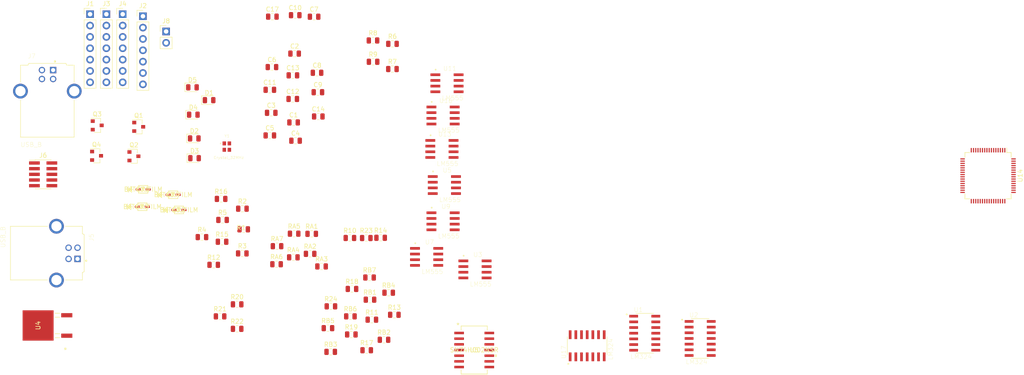
<source format=kicad_pcb>
(kicad_pcb (version 20171130) (host pcbnew 5.0.1-33cea8e~68~ubuntu18.04.1)
  (layers (0 F.Cu signal) (31 B.Cu signal) (34 B.Paste user) (35 F.Paste user) (36 B.SilkS user) (37 F.SilkS user) (38 B.Mask user) (39 F.Mask user) (44 Edge.Cuts user))
  (net 0 "")
  (net 1 "Net-(Q1-Pad3)")
  (net 2 "Net-(D3-Pad2)")
  (net 3 "Net-(D2-Pad2)")
  (net 4 "Net-(Q2-Pad3)")
  (net 5 "Net-(Q3-Pad3)")
  (net 6 GND)
  (net 7 "Net-(C1-Pad2)")
  (net 8 "Net-(C2-Pad2)")
  (net 9 "Net-(C3-Pad2)")
  (net 10 "Net-(C4-Pad2)")
  (net 11 "Net-(C5-Pad2)")
  (net 12 +3V3)
  (net 13 "Net-(C7-Pad1)")
  (net 14 "Net-(C10-Pad1)")
  (net 15 "Net-(C12-Pad2)")
  (net 16 "Net-(C14-Pad2)")
  (net 17 GNDREF)
  (net 18 "Net-(C17-Pad1)")
  (net 19 "Net-(CR1-Pad1)")
  (net 20 "Net-(CR2-Pad2)")
  (net 21 "Net-(CR3-Pad1)")
  (net 22 "Net-(CR3-Pad2)")
  (net 23 "Net-(CR4-Pad2)")
  (net 24 "Net-(CR4-Pad1)")
  (net 25 "Net-(D1-Pad2)")
  (net 26 "Net-(D4-Pad2)")
  (net 27 "Net-(D5-Pad2)")
  (net 28 /T7)
  (net 29 /T8)
  (net 30 /T9)
  (net 31 /T10)
  (net 32 /T11)
  (net 33 /T12)
  (net 34 /T13)
  (net 35 +5V)
  (net 36 /AUDIO_SIGNAL)
  (net 37 /SIGNAL)
  (net 38 /ADSR_OUT)
  (net 39 "Net-(J2-Pad6)")
  (net 40 /L1)
  (net 41 /L2)
  (net 42 /L3)
  (net 43 /L4)
  (net 44 /L5)
  (net 45 /L6)
  (net 46 /L7)
  (net 47 /D13)
  (net 48 /D12)
  (net 49 /D11)
  (net 50 /D10)
  (net 51 /D9)
  (net 52 /D8)
  (net 53 /D7)
  (net 54 /SWDIO)
  (net 55 /SWCLK)
  (net 56 "Net-(J6-Pad6)")
  (net 57 "Net-(J6-Pad7)")
  (net 58 "Net-(J6-Pad8)")
  (net 59 "Net-(J6-Pad9)")
  (net 60 "Net-(J6-Pad10)")
  (net 61 "Net-(Q1-Pad1)")
  (net 62 "Net-(Q2-Pad1)")
  (net 63 "Net-(Q3-Pad1)")
  (net 64 "Net-(Q4-Pad3)")
  (net 65 /LED1)
  (net 66 /LED2)
  (net 67 /LED3)
  (net 68 /LED4)
  (net 69 VCC)
  (net 70 "Net-(R6-Pad2)")
  (net 71 "Net-(R8-Pad2)")
  (net 72 "Net-(R10-Pad2)")
  (net 73 "Net-(R14-Pad1)")
  (net 74 "Net-(R17-Pad2)")
  (net 75 "Net-(RA1-Pad1)")
  (net 76 "Net-(RA2-Pad1)")
  (net 77 "Net-(RA3-Pad1)")
  (net 78 "Net-(RA4-Pad1)")
  (net 79 "Net-(RA5-Pad1)")
  (net 80 "Net-(RA6-Pad1)")
  (net 81 "Net-(RA7-Pad1)")
  (net 82 "Net-(U14-Pad2)")
  (net 83 "Net-(U14-Pad3)")
  (net 84 "Net-(U14-Pad4)")
  (net 85 /AUDIO_SINGAL)
  (net 86 "Net-(U14-Pad37)")
  (net 87 "Net-(U14-Pad38)")
  (net 88 "Net-(U14-Pad39)")
  (net 89 "Net-(U14-Pad40)")
  (net 90 "Net-(U14-Pad41)")
  (net 91 "Net-(U14-Pad42)")
  (net 92 "Net-(U14-Pad44)")
  (net 93 "Net-(U14-Pad45)")
  (net 94 "Net-(U14-Pad50)")
  (net 95 "Net-(U14-Pad51)")
  (net 96 "Net-(U14-Pad52)")
  (net 97 "Net-(U14-Pad53)")
  (net 98 "Net-(U14-Pad54)")
  (net 99 "Net-(U14-Pad55)")
  (net 100 "Net-(U14-Pad61)")
  (net 101 "Net-(U14-Pad62)")
  (net 102 "Net-(U3-Pad5)")
  (net 103 "Net-(U3-Pad3)")
  (net 104 "Net-(U5-Pad3)")
  (net 105 "Net-(U5-Pad5)")
  (net 106 "Net-(U7-Pad3)")
  (net 107 "Net-(U7-Pad5)")
  (net 108 "Net-(U9-Pad3)")
  (net 109 "Net-(U9-Pad5)")
  (net 110 "Net-(U11-Pad5)")
  (net 111 "Net-(U11-Pad3)")
  (net 112 "Net-(U13-Pad3)")
  (net 113 "Net-(U13-Pad5)")
  (net 114 "Net-(U16-Pad5)")
  (net 115 "Net-(U16-Pad3)")
  (net 116 /3A)
  (net 117 /2B)
  (net 118 "Net-(U6-Pad1)")
  (net 119 "Net-(U6-Pad2)")
  (net 120 "Net-(U6-Pad3)")
  (net 121 "Net-(U6-Pad11)")
  (net 122 "Net-(U6-Pad12)")
  (net 123 "Net-(U6-Pad13)")
  (net 124 "Net-(J5-Pad2)")
  (net 125 "Net-(J5-Pad3)")
  (net 126 "Net-(J7-Pad2)")
  (net 127 "Net-(J7-Pad3)")
  (net 128 +5VD)
  (net 129 Earth)
  (module Capacitor_SMD:C_0805_2012Metric (layer F.Cu) (at 77.07884 38.45052)
    (fp_text reference C1 (at 0 -1.65) (layer F.SilkS))
    (fp_text value C_0.1uF)
    (pad 1 smd roundrect (at -0.9375 0) (size 0.975 1.4) (layers F.Cu F.Paste F.Mask) (net 6 GND))
    (pad 2 smd roundrect (at 0.9375 0) (size 0.975 1.4) (layers F.Cu F.Paste F.Mask) (net 7 "Net-(C1-Pad2)"))
  )
  (module Capacitor_SMD:C_0805_2012Metric (layer F.Cu) (at 77.30744 23.05304)
    (fp_text reference C2 (at 0 -1.65) (layer F.SilkS))
    (fp_text value C_0.1uF)
    (pad 1 smd roundrect (at -0.9375 0) (size 0.975 1.4) (layers F.Cu F.Paste F.Mask) (net 6 GND))
    (pad 2 smd roundrect (at 0.9375 0) (size 0.975 1.4) (layers F.Cu F.Paste F.Mask) (net 8 "Net-(C2-Pad2)"))
  )
  (module Capacitor_SMD:C_0805_2012Metric (layer F.Cu) (at 72.07504 36.30168)
    (fp_text reference C3 (at 0 -1.65) (layer F.SilkS))
    (fp_text value C_0.1uF)
    (pad 2 smd roundrect (at 0.9375 0) (size 0.975 1.4) (layers F.Cu F.Paste F.Mask) (net 9 "Net-(C3-Pad2)"))
    (pad 1 smd roundrect (at -0.9375 0) (size 0.975 1.4) (layers F.Cu F.Paste F.Mask) (net 6 GND))
  )
  (module Capacitor_SMD:C_0805_2012Metric (layer F.Cu) (at 77.5208 42.545)
    (fp_text reference C4 (at 0 -1.65) (layer F.SilkS))
    (fp_text value C_0.1uF)
    (pad 2 smd roundrect (at 0.9375 0) (size 0.975 1.4) (layers F.Cu F.Paste F.Mask) (net 10 "Net-(C4-Pad2)"))
    (pad 1 smd roundrect (at -0.9375 0) (size 0.975 1.4) (layers F.Cu F.Paste F.Mask) (net 6 GND))
  )
  (module Capacitor_SMD:C_0805_2012Metric (layer F.Cu) (at 71.76516 41.36136)
    (fp_text reference C5 (at 0 -1.65) (layer F.SilkS))
    (fp_text value C_0.1uF)
    (pad 1 smd roundrect (at -0.9375 0) (size 0.975 1.4) (layers F.Cu F.Paste F.Mask) (net 6 GND))
    (pad 2 smd roundrect (at 0.9375 0) (size 0.975 1.4) (layers F.Cu F.Paste F.Mask) (net 11 "Net-(C5-Pad2)"))
  )
  (module Capacitor_SMD:C_0805_2012Metric (layer F.Cu) (at 72.2376 26.06548)
    (fp_text reference C6 (at 0 -1.65) (layer F.SilkS))
    (fp_text value C_0.1uF)
    (pad 2 smd roundrect (at 0.9375 0) (size 0.975 1.4) (layers F.Cu F.Paste F.Mask) (net 6 GND))
    (pad 1 smd roundrect (at -0.9375 0) (size 0.975 1.4) (layers F.Cu F.Paste F.Mask) (net 12 +3V3))
  )
  (module Capacitor_SMD:C_0805_2012Metric (layer F.Cu) (at 81.66608 14.79804)
    (fp_text reference C7 (at 0 -1.65) (layer F.SilkS))
    (fp_text value C_22pF)
    (pad 1 smd roundrect (at -0.9375 0) (size 0.975 1.4) (layers F.Cu F.Paste F.Mask) (net 13 "Net-(C7-Pad1)"))
    (pad 2 smd roundrect (at 0.9375 0) (size 0.975 1.4) (layers F.Cu F.Paste F.Mask) (net 6 GND))
  )
  (module Capacitor_SMD:C_0805_2012Metric (layer F.Cu) (at 82.3237 27.34056)
    (fp_text reference C8 (at 0 -1.65) (layer F.SilkS))
    (fp_text value C_0.1uF)
    (pad 1 smd roundrect (at -0.9375 0) (size 0.975 1.4) (layers F.Cu F.Paste F.Mask) (net 12 +3V3))
    (pad 2 smd roundrect (at 0.9375 0) (size 0.975 1.4) (layers F.Cu F.Paste F.Mask) (net 6 GND))
  )
  (module Capacitor_SMD:C_0805_2012Metric (layer F.Cu) (at 82.51952 31.68904)
    (fp_text reference C9 (at 0 -1.65) (layer F.SilkS))
    (fp_text value C_0.1uF)
    (pad 1 smd roundrect (at -0.9375 0) (size 0.975 1.4) (layers F.Cu F.Paste F.Mask) (net 12 +3V3))
    (pad 2 smd roundrect (at 0.9375 0) (size 0.975 1.4) (layers F.Cu F.Paste F.Mask) (net 6 GND))
  )
  (module Capacitor_SMD:C_0805_2012Metric (layer F.Cu) (at 77.4446 14.4526)
    (fp_text reference C10 (at 0 -1.65) (layer F.SilkS))
    (fp_text value C_22pF)
    (pad 2 smd roundrect (at 0.9375 0) (size 0.975 1.4) (layers F.Cu F.Paste F.Mask) (net 6 GND))
    (pad 1 smd roundrect (at -0.9375 0) (size 0.975 1.4) (layers F.Cu F.Paste F.Mask) (net 14 "Net-(C10-Pad1)"))
  )
  (module Capacitor_SMD:C_0805_2012Metric (layer F.Cu) (at 71.76516 31.15056)
    (fp_text reference C11 (at 0 -1.65) (layer F.SilkS))
    (fp_text value C_0.1uF)
    (pad 2 smd roundrect (at 0.9375 0) (size 0.975 1.4) (layers F.Cu F.Paste F.Mask) (net 6 GND))
    (pad 1 smd roundrect (at -0.9375 0) (size 0.975 1.4) (layers F.Cu F.Paste F.Mask) (net 12 +3V3))
  )
  (module Capacitor_SMD:C_0805_2012Metric (layer F.Cu) (at 76.89596 33.1978)
    (fp_text reference C12 (at 0 -1.65) (layer F.SilkS))
    (fp_text value C_0.1uF)
    (pad 2 smd roundrect (at 0.9375 0) (size 0.975 1.4) (layers F.Cu F.Paste F.Mask) (net 15 "Net-(C12-Pad2)"))
    (pad 1 smd roundrect (at -0.9375 0) (size 0.975 1.4) (layers F.Cu F.Paste F.Mask) (net 6 GND))
  )
  (module Capacitor_SMD:C_0805_2012Metric (layer F.Cu) (at 76.92414 27.9146)
    (fp_text reference C13 (at 0 -1.65) (layer F.SilkS))
    (fp_text value C_0.1uF)
    (pad 1 smd roundrect (at -0.9375 0) (size 0.975 1.4) (layers F.Cu F.Paste F.Mask) (net 12 +3V3))
    (pad 2 smd roundrect (at 0.9375 0) (size 0.975 1.4) (layers F.Cu F.Paste F.Mask) (net 6 GND))
  )
  (module Capacitor_SMD:C_0805_2012Metric (layer F.Cu) (at 82.61096 37.11956)
    (fp_text reference C14 (at 0 -1.65) (layer F.SilkS))
    (fp_text value C_0.1uF)
    (pad 2 smd roundrect (at 0.9375 0) (size 0.975 1.4) (layers F.Cu F.Paste F.Mask) (net 16 "Net-(C14-Pad2)"))
    (pad 1 smd roundrect (at -0.9375 0) (size 0.975 1.4) (layers F.Cu F.Paste F.Mask) (net 6 GND))
  )
  (module Capacitor_SMD:C_0805_2012Metric (layer F.Cu) (at 72.33134 14.7828)
    (fp_text reference C17 (at 0 -1.65) (layer F.SilkS))
    (fp_text value C_2.2uF)
    (pad 1 smd roundrect (at -0.9375 0) (size 0.975 1.4) (layers F.Cu F.Paste F.Mask) (net 18 "Net-(C17-Pad1)"))
    (pad 2 smd roundrect (at 0.9375 0) (size 0.975 1.4) (layers F.Cu F.Paste F.Mask) (net 17 GNDREF))
  )
  (module BAT60JFILM:BAT60JFILM (layer F.Cu) (at 43.434 53.42636)
    (fp_text reference CR1 (at 0 0) (layer F.SilkS))
    (fp_text value BAT60JFILM (at 0 0) (layer F.SilkS))
    (fp_text user * (at 0 0) (layer F.SilkS))
    (pad 1 smd rect (at -1.1176 0) (size 1.1684 0.4826) (layers F.Cu F.Paste F.Mask) (net 19 "Net-(CR1-Pad1)"))
    (pad 2 smd rect (at 1.1176 0) (size 1.1684 0.4826) (layers F.Cu F.Paste F.Mask) (net 116 /3A))
  )
  (module BAT60JFILM:BAT60JFILM (layer F.Cu) (at 51.435 58.03392)
    (fp_text reference CR2 (at 0 0) (layer F.SilkS))
    (fp_text value BAT60JFILM (at 0 0) (layer F.SilkS))
    (fp_text user * (at 0 0) (layer F.SilkS))
    (pad 2 smd rect (at 1.1176 0) (size 1.1684 0.4826) (layers F.Cu F.Paste F.Mask) (net 20 "Net-(CR2-Pad2)"))
    (pad 1 smd rect (at -1.1176 0) (size 1.1684 0.4826) (layers F.Cu F.Paste F.Mask) (net 116 /3A))
  )
  (module BAT60JFILM:BAT60JFILM (layer F.Cu) (at 43.24604 57.31256)
    (fp_text reference CR3 (at 0 0) (layer F.SilkS))
    (fp_text value BAT60JFILM (at 0 0) (layer F.SilkS))
    (fp_text user * (at 0 0) (layer F.SilkS))
    (pad 2 smd rect (at 1.1176 0) (size 1.1684 0.4826) (layers F.Cu F.Paste F.Mask) (net 22 "Net-(CR3-Pad2)"))
    (pad 1 smd rect (at -1.1176 0) (size 1.1684 0.4826) (layers F.Cu F.Paste F.Mask) (net 21 "Net-(CR3-Pad1)"))
  )
  (module BAT60JFILM:BAT60JFILM (layer F.Cu) (at 50.139621 54.629461)
    (fp_text reference CR4 (at 0 0) (layer F.SilkS))
    (fp_text value BAT60JFILM (at 0 0) (layer F.SilkS))
    (fp_text user * (at 0 0) (layer F.SilkS))
    (pad 1 smd rect (at -1.1176 0) (size 1.1684 0.4826) (layers F.Cu F.Paste F.Mask) (net 24 "Net-(CR4-Pad1)"))
    (pad 2 smd rect (at 1.1176 0) (size 1.1684 0.4826) (layers F.Cu F.Paste F.Mask) (net 23 "Net-(CR4-Pad2)"))
  )
  (module Diode_SMD:D_0805_2012Metric (layer F.Cu) (at 58.17616 33.46704)
    (fp_text reference D1 (at 0 -1.65) (layer F.SilkS))
    (fp_text value LED)
    (pad 1 smd roundrect (at -0.9375 0) (size 0.975 1.4) (layers F.Cu F.Paste F.Mask) (net 6 GND))
    (pad 2 smd roundrect (at 0.9375 0) (size 0.975 1.4) (layers F.Cu F.Paste F.Mask) (net 25 "Net-(D1-Pad2)"))
  )
  (module Diode_SMD:D_0805_2012Metric (layer F.Cu) (at 54.864 42.02684)
    (fp_text reference D2 (at 0 -1.65) (layer F.SilkS))
    (fp_text value LED)
    (pad 1 smd roundrect (at -0.9375 0) (size 0.975 1.4) (layers F.Cu F.Paste F.Mask) (net 6 GND))
    (pad 2 smd roundrect (at 0.9375 0) (size 0.975 1.4) (layers F.Cu F.Paste F.Mask) (net 3 "Net-(D2-Pad2)"))
  )
  (module Diode_SMD:D_0805_2012Metric (layer F.Cu) (at 54.9171 46.45152)
    (fp_text reference D3 (at 0 -1.65) (layer F.SilkS))
    (fp_text value LED)
    (pad 2 smd roundrect (at 0.9375 0) (size 0.975 1.4) (layers F.Cu F.Paste F.Mask) (net 2 "Net-(D3-Pad2)"))
    (pad 1 smd roundrect (at -0.9375 0) (size 0.975 1.4) (layers F.Cu F.Paste F.Mask) (net 6 GND))
  )
  (module Diode_SMD:D_0805_2012Metric (layer F.Cu) (at 54.64834 36.71824)
    (fp_text reference D4 (at 0 -1.65) (layer F.SilkS))
    (fp_text value LED)
    (pad 2 smd roundrect (at 0.9375 0) (size 0.975 1.4) (layers F.Cu F.Paste F.Mask) (net 26 "Net-(D4-Pad2)"))
    (pad 1 smd roundrect (at -0.9375 0) (size 0.975 1.4) (layers F.Cu F.Paste F.Mask) (net 6 GND))
  )
  (module Diode_SMD:D_0805_2012Metric (layer F.Cu) (at 54.45252 30.59684)
    (fp_text reference D5 (at 0 -1.65) (layer F.SilkS))
    (fp_text value LED)
    (pad 1 smd roundrect (at -0.9375 0) (size 0.975 1.4) (layers F.Cu F.Paste F.Mask) (net 6 GND))
    (pad 2 smd roundrect (at 0.9375 0) (size 0.975 1.4) (layers F.Cu F.Paste F.Mask) (net 27 "Net-(D5-Pad2)"))
  )
  (module Connector_PinHeader_2.54mm:PinHeader_1x07_P2.54mm_Vertical (layer F.Cu) (at 31.540461 14.235441)
    (fp_text reference J1 (at 0 -2.33) (layer F.SilkS))
    (fp_text value Conn_01x07_Male)
    (pad 7 thru_hole oval (at 0 15.24) (size 1.7 1.7) (drill 1) (layers *.Cu *.Mask) (net 34 /T13))
    (pad 6 thru_hole oval (at 0 12.7) (size 1.7 1.7) (drill 1) (layers *.Cu *.Mask) (net 33 /T12))
    (pad 5 thru_hole oval (at 0 10.16) (size 1.7 1.7) (drill 1) (layers *.Cu *.Mask) (net 32 /T11))
    (pad 4 thru_hole oval (at 0 7.62) (size 1.7 1.7) (drill 1) (layers *.Cu *.Mask) (net 31 /T10))
    (pad 3 thru_hole oval (at 0 5.08) (size 1.7 1.7) (drill 1) (layers *.Cu *.Mask) (net 30 /T9))
    (pad 2 thru_hole oval (at 0 2.54) (size 1.7 1.7) (drill 1) (layers *.Cu *.Mask) (net 29 /T8))
    (pad 1 thru_hole rect (at 0 0) (size 1.7 1.7) (drill 1) (layers *.Cu *.Mask) (net 28 /T7))
  )
  (module Connector_PinHeader_2.54mm:PinHeader_1x07_P2.54mm_Vertical (layer F.Cu) (at 43.36796 14.69136)
    (fp_text reference J2 (at 0 -2.33) (layer F.SilkS))
    (fp_text value Conn_01x07_Male)
    (pad 7 thru_hole oval (at 0 15.24) (size 1.7 1.7) (drill 1) (layers *.Cu *.Mask) (net 6 GND))
    (pad 6 thru_hole oval (at 0 12.7) (size 1.7 1.7) (drill 1) (layers *.Cu *.Mask) (net 39 "Net-(J2-Pad6)"))
    (pad 5 thru_hole oval (at 0 10.16) (size 1.7 1.7) (drill 1) (layers *.Cu *.Mask) (net 38 /ADSR_OUT))
    (pad 4 thru_hole oval (at 0 7.62) (size 1.7 1.7) (drill 1) (layers *.Cu *.Mask) (net 37 /SIGNAL))
    (pad 3 thru_hole oval (at 0 5.08) (size 1.7 1.7) (drill 1) (layers *.Cu *.Mask) (net 36 /AUDIO_SIGNAL))
    (pad 2 thru_hole oval (at 0 2.54) (size 1.7 1.7) (drill 1) (layers *.Cu *.Mask) (net 12 +3V3))
    (pad 1 thru_hole rect (at 0 0) (size 1.7 1.7) (drill 1) (layers *.Cu *.Mask) (net 35 +5V))
  )
  (module Connector_PinHeader_2.54mm:PinHeader_1x07_P2.54mm_Vertical (layer F.Cu) (at 35.190461 14.235441)
    (fp_text reference J3 (at 0 -2.33) (layer F.SilkS))
    (fp_text value Conn_01x07_Male)
    (pad 1 thru_hole rect (at 0 0) (size 1.7 1.7) (drill 1) (layers *.Cu *.Mask) (net 40 /L1))
    (pad 2 thru_hole oval (at 0 2.54) (size 1.7 1.7) (drill 1) (layers *.Cu *.Mask) (net 41 /L2))
    (pad 3 thru_hole oval (at 0 5.08) (size 1.7 1.7) (drill 1) (layers *.Cu *.Mask) (net 42 /L3))
    (pad 4 thru_hole oval (at 0 7.62) (size 1.7 1.7) (drill 1) (layers *.Cu *.Mask) (net 43 /L4))
    (pad 5 thru_hole oval (at 0 10.16) (size 1.7 1.7) (drill 1) (layers *.Cu *.Mask) (net 44 /L5))
    (pad 6 thru_hole oval (at 0 12.7) (size 1.7 1.7) (drill 1) (layers *.Cu *.Mask) (net 45 /L6))
    (pad 7 thru_hole oval (at 0 15.24) (size 1.7 1.7) (drill 1) (layers *.Cu *.Mask) (net 46 /L7))
  )
  (module Connector_PinHeader_2.54mm:PinHeader_1x07_P2.54mm_Vertical (layer F.Cu) (at 38.840461 14.235441)
    (fp_text reference J4 (at 0 -2.33) (layer F.SilkS))
    (fp_text value Conn_01x07_Male)
    (pad 1 thru_hole rect (at 0 0) (size 1.7 1.7) (drill 1) (layers *.Cu *.Mask) (net 53 /D7))
    (pad 2 thru_hole oval (at 0 2.54) (size 1.7 1.7) (drill 1) (layers *.Cu *.Mask) (net 52 /D8))
    (pad 3 thru_hole oval (at 0 5.08) (size 1.7 1.7) (drill 1) (layers *.Cu *.Mask) (net 51 /D9))
    (pad 4 thru_hole oval (at 0 7.62) (size 1.7 1.7) (drill 1) (layers *.Cu *.Mask) (net 50 /D10))
    (pad 5 thru_hole oval (at 0 10.16) (size 1.7 1.7) (drill 1) (layers *.Cu *.Mask) (net 49 /D11))
    (pad 6 thru_hole oval (at 0 12.7) (size 1.7 1.7) (drill 1) (layers *.Cu *.Mask) (net 48 /D12))
    (pad 7 thru_hole oval (at 0 15.24) (size 1.7 1.7) (drill 1) (layers *.Cu *.Mask) (net 47 /D13))
  )
  (module AU-Y1007:ASSMANN_AU-Y1007 (layer F.Cu) (at 21.97332 67.70136 270)
    (fp_text reference J5 (at -3.5 -9.885 270) (layer F.SilkS) (effects (font (thickness 0.05))))
    (fp_text value USB_B (at -3.615 9.915 270) (layer F.SilkS) (effects (font (thickness 0.05))))
    (pad 1 thru_hole rect (at 1.29 -6.76 270) (size 1.428 1.428) (drill 0.92) (layers *.Cu *.Mask) (net 69 VCC))
    (pad 2 thru_hole circle (at -1.21 -6.76 270) (size 1.428 1.428) (drill 0.92) (layers *.Cu *.Mask) (net 124 "Net-(J5-Pad2)"))
    (pad 3 thru_hole circle (at -1.21 -4.76 270) (size 1.428 1.428) (drill 0.92) (layers *.Cu *.Mask) (net 125 "Net-(J5-Pad3)"))
    (pad 4 thru_hole circle (at 1.29 -4.76 270) (size 1.428 1.428) (drill 0.92) (layers *.Cu *.Mask) (net 6 GND))
    (pad S1 thru_hole circle (at -6.02 -2.05 270) (size 3.316 3.316) (drill 2.3) (layers *.Cu *.Mask))
    (pad S2 thru_hole circle (at 6.02 -2.05 270) (size 3.316 3.316) (drill 2.3) (layers *.Cu *.Mask))
  )
  (module Connector_PinHeader_1.27mm:PinHeader_2x05_P1.27mm_Vertical_SMD (layer F.Cu) (at 21.04064 50.06848)
    (fp_text reference J6 (at 0 -4.235) (layer F.SilkS))
    (fp_text value Conn_ARM_JTAG_SWD_10)
    (pad 1 smd rect (at -1.95 -2.54) (size 2.4 0.74) (layers F.Cu F.Paste F.Mask) (net 12 +3V3))
    (pad 2 smd rect (at 1.95 -2.54) (size 2.4 0.74) (layers F.Cu F.Paste F.Mask) (net 54 /SWDIO))
    (pad 3 smd rect (at -1.95 -1.27) (size 2.4 0.74) (layers F.Cu F.Paste F.Mask) (net 6 GND))
    (pad 4 smd rect (at 1.95 -1.27) (size 2.4 0.74) (layers F.Cu F.Paste F.Mask) (net 55 /SWCLK))
    (pad 5 smd rect (at -1.95 0) (size 2.4 0.74) (layers F.Cu F.Paste F.Mask) (net 6 GND))
    (pad 6 smd rect (at 1.95 0) (size 2.4 0.74) (layers F.Cu F.Paste F.Mask) (net 56 "Net-(J6-Pad6)"))
    (pad 7 smd rect (at -1.95 1.27) (size 2.4 0.74) (layers F.Cu F.Paste F.Mask) (net 57 "Net-(J6-Pad7)"))
    (pad 8 smd rect (at 1.95 1.27) (size 2.4 0.74) (layers F.Cu F.Paste F.Mask) (net 58 "Net-(J6-Pad8)"))
    (pad 9 smd rect (at -1.95 2.54) (size 2.4 0.74) (layers F.Cu F.Paste F.Mask) (net 59 "Net-(J6-Pad9)"))
    (pad 10 smd rect (at 1.95 2.54) (size 2.4 0.74) (layers F.Cu F.Paste F.Mask) (net 60 "Net-(J6-Pad10)"))
  )
  (module AU-Y1007:ASSMANN_AU-Y1007 (layer F.Cu) (at 21.98116 33.49752)
    (fp_text reference J7 (at -3.5 -9.885) (layer F.SilkS) (effects (font (thickness 0.05))))
    (fp_text value USB_B (at -3.615 9.915) (layer F.SilkS) (effects (font (thickness 0.05))))
    (pad S2 thru_hole circle (at 6.02 -2.05) (size 3.316 3.316) (drill 2.3) (layers *.Cu *.Mask))
    (pad S1 thru_hole circle (at -6.02 -2.05) (size 3.316 3.316) (drill 2.3) (layers *.Cu *.Mask))
    (pad 4 thru_hole circle (at 1.29 -4.76) (size 1.428 1.428) (drill 0.92) (layers *.Cu *.Mask) (net 129 Earth))
    (pad 3 thru_hole circle (at -1.21 -4.76) (size 1.428 1.428) (drill 0.92) (layers *.Cu *.Mask) (net 127 "Net-(J7-Pad3)"))
    (pad 2 thru_hole circle (at -1.21 -6.76) (size 1.428 1.428) (drill 0.92) (layers *.Cu *.Mask) (net 126 "Net-(J7-Pad2)"))
    (pad 1 thru_hole rect (at 1.29 -6.76) (size 1.428 1.428) (drill 0.92) (layers *.Cu *.Mask) (net 128 +5VD))
  )
  (module Connector_PinHeader_2.54mm:PinHeader_1x02_P2.54mm_Vertical (layer F.Cu) (at 48.55972 18.10004)
    (fp_text reference J8 (at 0 -2.33) (layer F.SilkS))
    (fp_text value Conn_01x02_Male)
    (pad 1 thru_hole rect (at 0 0) (size 1.7 1.7) (drill 1) (layers *.Cu *.Mask) (net 128 +5VD))
    (pad 2 thru_hole oval (at 0 2.54) (size 1.7 1.7) (drill 1) (layers *.Cu *.Mask) (net 129 Earth))
  )
  (module Package_TO_SOT_SMD:SOT-23 (layer F.Cu) (at 42.42384 39.43096)
    (fp_text reference Q1 (at 0 -2.5) (layer F.SilkS))
    (fp_text value MMBT3904)
    (pad 1 smd rect (at -1 -0.95) (size 0.9 0.8) (layers F.Cu F.Paste F.Mask) (net 61 "Net-(Q1-Pad1)"))
    (pad 2 smd rect (at -1 0.95) (size 0.9 0.8) (layers F.Cu F.Paste F.Mask) (net 23 "Net-(CR4-Pad2)"))
    (pad 3 smd rect (at 1 0) (size 0.9 0.8) (layers F.Cu F.Paste F.Mask) (net 1 "Net-(Q1-Pad3)"))
  )
  (module Package_TO_SOT_SMD:SOT-23 (layer F.Cu) (at 41.351581 46.019121)
    (fp_text reference Q2 (at 0 -2.5) (layer F.SilkS))
    (fp_text value MMBT3904)
    (pad 3 smd rect (at 1 0) (size 0.9 0.8) (layers F.Cu F.Paste F.Mask) (net 4 "Net-(Q2-Pad3)"))
    (pad 2 smd rect (at -1 0.95) (size 0.9 0.8) (layers F.Cu F.Paste F.Mask) (net 20 "Net-(CR2-Pad2)"))
    (pad 1 smd rect (at -1 -0.95) (size 0.9 0.8) (layers F.Cu F.Paste F.Mask) (net 62 "Net-(Q2-Pad1)"))
  )
  (module Package_TO_SOT_SMD:SOT-23 (layer F.Cu) (at 33.13684 39.11092)
    (fp_text reference Q3 (at 0 -2.5) (layer F.SilkS))
    (fp_text value MMBT3904)
    (pad 3 smd rect (at 1 0) (size 0.9 0.8) (layers F.Cu F.Paste F.Mask) (net 5 "Net-(Q3-Pad3)"))
    (pad 2 smd rect (at -1 0.95) (size 0.9 0.8) (layers F.Cu F.Paste F.Mask) (net 1 "Net-(Q1-Pad3)"))
    (pad 1 smd rect (at -1 -0.95) (size 0.9 0.8) (layers F.Cu F.Paste F.Mask) (net 63 "Net-(Q3-Pad1)"))
  )
  (module Package_TO_SOT_SMD:SOT-23 (layer F.Cu) (at 32.9946 45.91812)
    (fp_text reference Q4 (at 0 -2.5) (layer F.SilkS))
    (fp_text value MMBT3904)
    (pad 1 smd rect (at -1 -0.95) (size 0.9 0.8) (layers F.Cu F.Paste F.Mask) (net 63 "Net-(Q3-Pad1)"))
    (pad 2 smd rect (at -1 0.95) (size 0.9 0.8) (layers F.Cu F.Paste F.Mask) (net 17 GNDREF))
    (pad 3 smd rect (at 1 0) (size 0.9 0.8) (layers F.Cu F.Paste F.Mask) (net 64 "Net-(Q4-Pad3)"))
  )
  (module Resistor_SMD:R_0805_2012Metric (layer F.Cu) (at 65.911581 62.369121)
    (fp_text reference R1 (at -0.582781 -0.347401) (layer F.SilkS))
    (fp_text value R_200)
    (pad 2 smd roundrect (at 0.9375 0) (size 0.975 1.4) (layers F.Cu F.Paste F.Mask) (net 25 "Net-(D1-Pad2)"))
    (pad 1 smd roundrect (at -0.9375 0) (size 0.975 1.4) (layers F.Cu F.Paste F.Mask) (net 12 +3V3))
  )
  (module Resistor_SMD:R_0805_2012Metric (layer F.Cu) (at 65.62622 57.75452)
    (fp_text reference R2 (at 0 -1.65) (layer F.SilkS))
    (fp_text value R_200)
    (pad 1 smd roundrect (at -0.9375 0) (size 0.975 1.4) (layers F.Cu F.Paste F.Mask) (net 65 /LED1))
    (pad 2 smd roundrect (at 0.9375 0) (size 0.975 1.4) (layers F.Cu F.Paste F.Mask) (net 3 "Net-(D2-Pad2)"))
  )
  (module Resistor_SMD:R_0805_2012Metric (layer F.Cu) (at 65.60312 67.76212)
    (fp_text reference R3 (at 0 -1.65) (layer F.SilkS))
    (fp_text value R_200)
    (pad 1 smd roundrect (at -0.9375 0) (size 0.975 1.4) (layers F.Cu F.Paste F.Mask) (net 66 /LED2))
    (pad 2 smd roundrect (at 0.9375 0) (size 0.975 1.4) (layers F.Cu F.Paste F.Mask) (net 2 "Net-(D3-Pad2)"))
  )
  (module Resistor_SMD:R_0805_2012Metric (layer F.Cu) (at 56.57596 64.1096)
    (fp_text reference R4 (at 0 -1.65) (layer F.SilkS))
    (fp_text value R_200)
    (pad 2 smd roundrect (at 0.9375 0) (size 0.975 1.4) (layers F.Cu F.Paste F.Mask) (net 26 "Net-(D4-Pad2)"))
    (pad 1 smd roundrect (at -0.9375 0) (size 0.975 1.4) (layers F.Cu F.Paste F.Mask) (net 67 /LED3))
  )
  (module Resistor_SMD:R_0805_2012Metric (layer F.Cu) (at 61.1863 60.26912)
    (fp_text reference R5 (at 0 -1.65) (layer F.SilkS))
    (fp_text value R_200)
    (pad 1 smd roundrect (at -0.9375 0) (size 0.975 1.4) (layers F.Cu F.Paste F.Mask) (net 68 /LED4))
    (pad 2 smd roundrect (at 0.9375 0) (size 0.975 1.4) (layers F.Cu F.Paste F.Mask) (net 27 "Net-(D5-Pad2)"))
  )
  (module Resistor_SMD:R_0805_2012Metric (layer F.Cu) (at 99.20732 20.86864)
    (fp_text reference R6 (at 0 -1.65) (layer F.SilkS))
    (fp_text value R_0)
    (pad 1 smd roundrect (at -0.9375 0) (size 0.975 1.4) (layers F.Cu F.Paste F.Mask) (net 12 +3V3))
    (pad 2 smd roundrect (at 0.9375 0) (size 0.975 1.4) (layers F.Cu F.Paste F.Mask) (net 70 "Net-(R6-Pad2)"))
  )
  (module Resistor_SMD:R_0805_2012Metric (layer F.Cu) (at 99.19716 26.50236)
    (fp_text reference R7 (at 0 -1.65) (layer F.SilkS))
    (fp_text value R_0)
    (pad 2 smd roundrect (at 0.9375 0) (size 0.975 1.4) (layers F.Cu F.Paste F.Mask) (net 6 GND))
    (pad 1 smd roundrect (at -0.9375 0) (size 0.975 1.4) (layers F.Cu F.Paste F.Mask) (net 70 "Net-(R6-Pad2)"))
  )
  (module Resistor_SMD:R_0805_2012Metric (layer F.Cu) (at 94.84868 20.11172)
    (fp_text reference R8 (at 0 -1.65) (layer F.SilkS))
    (fp_text value R_0)
    (pad 1 smd roundrect (at -0.9375 0) (size 0.975 1.4) (layers F.Cu F.Paste F.Mask) (net 12 +3V3))
    (pad 2 smd roundrect (at 0.9375 0) (size 0.975 1.4) (layers F.Cu F.Paste F.Mask) (net 71 "Net-(R8-Pad2)"))
  )
  (module Resistor_SMD:R_0805_2012Metric (layer F.Cu) (at 94.86622 24.88184)
    (fp_text reference R9 (at 0 -1.65) (layer F.SilkS))
    (fp_text value R_0)
    (pad 2 smd roundrect (at 0.9375 0) (size 0.975 1.4) (layers F.Cu F.Paste F.Mask) (net 6 GND))
    (pad 1 smd roundrect (at -0.9375 0) (size 0.975 1.4) (layers F.Cu F.Paste F.Mask) (net 71 "Net-(R8-Pad2)"))
  )
  (module Resistor_SMD:R_0805_2012Metric (layer F.Cu) (at 89.67954 64.30772)
    (fp_text reference R10 (at 0 -1.65) (layer F.SilkS))
    (fp_text value R_1K)
    (pad 2 smd roundrect (at 0.9375 0) (size 0.975 1.4) (layers F.Cu F.Paste F.Mask) (net 72 "Net-(R10-Pad2)"))
    (pad 1 smd roundrect (at -0.9375 0) (size 0.975 1.4) (layers F.Cu F.Paste F.Mask) (net 69 VCC))
  )
  (module Resistor_SMD:R_0805_2012Metric (layer F.Cu) (at 94.59468 82.59064)
    (fp_text reference R11 (at 0 -1.65) (layer F.SilkS))
    (fp_text value R_4K)
    (pad 2 smd roundrect (at 0.9375 0) (size 0.975 1.4) (layers F.Cu F.Paste F.Mask) (net 17 GNDREF))
    (pad 1 smd roundrect (at -0.9375 0) (size 0.975 1.4) (layers F.Cu F.Paste F.Mask) (net 72 "Net-(R10-Pad2)"))
  )
  (module Resistor_SMD:R_0805_2012Metric (layer F.Cu) (at 59.20462 70.31228)
    (fp_text reference R12 (at 0 -1.65) (layer F.SilkS))
    (fp_text value R_200)
    (pad 2 smd roundrect (at 0.9375 0) (size 0.975 1.4) (layers F.Cu F.Paste F.Mask) (net 117 /2B))
    (pad 1 smd roundrect (at -0.9375 0) (size 0.975 1.4) (layers F.Cu F.Paste F.Mask) (net 61 "Net-(Q1-Pad1)"))
  )
  (module Resistor_SMD:R_0805_2012Metric (layer F.Cu) (at 99.62896 81.49336)
    (fp_text reference R13 (at 0 -1.65) (layer F.SilkS))
    (fp_text value R_499K)
    (pad 1 smd roundrect (at -0.9375 0) (size 0.975 1.4) (layers F.Cu F.Paste F.Mask) (net 21 "Net-(CR3-Pad1)"))
    (pad 2 smd roundrect (at 0.9375 0) (size 0.975 1.4) (layers F.Cu F.Paste F.Mask) (net 17 GNDREF))
  )
  (module Resistor_SMD:R_0805_2012Metric (layer F.Cu) (at 96.55278 64.26708)
    (fp_text reference R14 (at 0 -1.65) (layer F.SilkS))
    (fp_text value R_1K)
    (pad 1 smd roundrect (at -0.9375 0) (size 0.975 1.4) (layers F.Cu F.Paste F.Mask) (net 73 "Net-(R14-Pad1)"))
    (pad 2 smd roundrect (at 0.9375 0) (size 0.975 1.4) (layers F.Cu F.Paste F.Mask) (net 19 "Net-(CR1-Pad1)"))
  )
  (module Resistor_SMD:R_0805_2012Metric (layer F.Cu) (at 61.07176 65.151)
    (fp_text reference R15 (at 0 -1.65) (layer F.SilkS))
    (fp_text value R_200)
    (pad 1 smd roundrect (at -0.9375 0) (size 0.975 1.4) (layers F.Cu F.Paste F.Mask) (net 63 "Net-(Q3-Pad1)"))
    (pad 2 smd roundrect (at 0.9375 0) (size 0.975 1.4) (layers F.Cu F.Paste F.Mask) (net 37 /SIGNAL))
  )
  (module Resistor_SMD:R_0805_2012Metric (layer F.Cu) (at 60.8584 55.56504)
    (fp_text reference R16 (at 0 -1.65) (layer F.SilkS))
    (fp_text value R_200)
    (pad 1 smd roundrect (at -0.9375 0) (size 0.975 1.4) (layers F.Cu F.Paste F.Mask) (net 64 "Net-(Q4-Pad3)"))
    (pad 2 smd roundrect (at 0.9375 0) (size 0.975 1.4) (layers F.Cu F.Paste F.Mask) (net 62 "Net-(Q2-Pad1)"))
  )
  (module Resistor_SMD:R_0805_2012Metric (layer F.Cu) (at 93.43874 89.42324)
    (fp_text reference R17 (at 0 -1.65) (layer F.SilkS))
    (fp_text value R_20K)
    (pad 2 smd roundrect (at 0.9375 0) (size 0.975 1.4) (layers F.Cu F.Paste F.Mask) (net 74 "Net-(R17-Pad2)"))
    (pad 1 smd roundrect (at -0.9375 0) (size 0.975 1.4) (layers F.Cu F.Paste F.Mask) (net 69 VCC))
  )
  (module Resistor_SMD:R_0805_2012Metric (layer F.Cu) (at 90.1469 75.71232)
    (fp_text reference R18 (at 0 -1.65) (layer F.SilkS))
    (fp_text value R_30K)
    (pad 2 smd roundrect (at 0.9375 0) (size 0.975 1.4) (layers F.Cu F.Paste F.Mask) (net 17 GNDREF))
    (pad 1 smd roundrect (at -0.9375 0) (size 0.975 1.4) (layers F.Cu F.Paste F.Mask) (net 74 "Net-(R17-Pad2)"))
  )
  (module Resistor_SMD:R_0805_2012Metric (layer F.Cu) (at 90.00466 85.89772)
    (fp_text reference R19 (at 0 -1.65) (layer F.SilkS))
    (fp_text value R_7K)
    (pad 2 smd roundrect (at 0.9375 0) (size 0.975 1.4) (layers F.Cu F.Paste F.Mask) (net 117 /2B))
    (pad 1 smd roundrect (at -0.9375 0) (size 0.975 1.4) (layers F.Cu F.Paste F.Mask) (net 64 "Net-(Q4-Pad3)"))
  )
  (module Resistor_SMD:R_0805_2012Metric (layer F.Cu) (at 64.44718 79.15148)
    (fp_text reference R20 (at 0 -1.65) (layer F.SilkS))
    (fp_text value R)
    (pad 2 smd roundrect (at 0.9375 0) (size 0.975 1.4) (layers F.Cu F.Paste F.Mask) (net 73 "Net-(R14-Pad1)"))
    (pad 1 smd roundrect (at -0.9375 0) (size 0.975 1.4) (layers F.Cu F.Paste F.Mask) (net 18 "Net-(C17-Pad1)"))
  )
  (module Resistor_SMD:R_0805_2012Metric (layer F.Cu) (at 60.6298 81.84896)
    (fp_text reference R21 (at 0 -1.65) (layer F.SilkS))
    (fp_text value R)
    (pad 1 smd roundrect (at -0.9375 0) (size 0.975 1.4) (layers F.Cu F.Paste F.Mask) (net 18 "Net-(C17-Pad1)"))
    (pad 2 smd roundrect (at 0.9375 0) (size 0.975 1.4) (layers F.Cu F.Paste F.Mask) (net 4 "Net-(Q2-Pad3)"))
  )
  (module Resistor_SMD:R_0805_2012Metric (layer F.Cu) (at 64.44488 84.63788)
    (fp_text reference R22 (at 0 -1.65) (layer F.SilkS))
    (fp_text value R)
    (pad 2 smd roundrect (at 0.9375 0) (size 0.975 1.4) (layers F.Cu F.Paste F.Mask) (net 5 "Net-(Q3-Pad3)"))
    (pad 1 smd roundrect (at -0.9375 0) (size 0.975 1.4) (layers F.Cu F.Paste F.Mask) (net 18 "Net-(C17-Pad1)"))
  )
  (module Resistor_SMD:R_0805_2012Metric (layer F.Cu) (at 93.3473 64.31788)
    (fp_text reference R23 (at 0 -1.65) (layer F.SilkS))
    (fp_text value R_1K)
    (pad 2 smd roundrect (at 0.9375 0) (size 0.975 1.4) (layers F.Cu F.Paste F.Mask) (net 17 GNDREF))
    (pad 1 smd roundrect (at -0.9375 0) (size 0.975 1.4) (layers F.Cu F.Paste F.Mask) (net 12 +3V3))
  )
  (module Resistor_SMD:R_0805_2012Metric (layer F.Cu) (at 85.43036 79.6036)
    (fp_text reference R24 (at 0 -1.65) (layer F.SilkS))
    (fp_text value R_3.2K)
    (pad 1 smd roundrect (at -0.9375 0) (size 0.975 1.4) (layers F.Cu F.Paste F.Mask) (net 17 GNDREF))
    (pad 2 smd roundrect (at 0.9375 0) (size 0.975 1.4) (layers F.Cu F.Paste F.Mask) (net 6 GND))
  )
  (module Resistor_SMD:R_0805_2012Metric (layer F.Cu) (at 81.13268 63.37808)
    (fp_text reference RA1 (at 0 -1.65) (layer F.SilkS))
    (fp_text value "28 k")
    (pad 2 smd roundrect (at 0.9375 0) (size 0.975 1.4) (layers F.Cu F.Paste F.Mask) (net 50 /D10))
    (pad 1 smd roundrect (at -0.9375 0) (size 0.975 1.4) (layers F.Cu F.Paste F.Mask) (net 75 "Net-(RA1-Pad1)"))
  )
  (module Resistor_SMD:R_0805_2012Metric (layer F.Cu) (at 80.77708 67.85356)
    (fp_text reference RA2 (at 0 -1.65) (layer F.SilkS))
    (fp_text value "28 k")
    (pad 1 smd roundrect (at -0.9375 0) (size 0.975 1.4) (layers F.Cu F.Paste F.Mask) (net 76 "Net-(RA2-Pad1)"))
    (pad 2 smd roundrect (at 0.9375 0) (size 0.975 1.4) (layers F.Cu F.Paste F.Mask) (net 47 /D13))
  )
  (module Resistor_SMD:R_0805_2012Metric (layer F.Cu) (at 83.3374 70.67296)
    (fp_text reference RA3 (at 0 -1.65) (layer F.SilkS))
    (fp_text value "28 k")
    (pad 2 smd roundrect (at 0.9375 0) (size 0.975 1.4) (layers F.Cu F.Paste F.Mask) (net 51 /D9))
    (pad 1 smd roundrect (at -0.9375 0) (size 0.975 1.4) (layers F.Cu F.Paste F.Mask) (net 77 "Net-(RA3-Pad1)"))
  )
  (module Resistor_SMD:R_0805_2012Metric (layer F.Cu) (at 77.02574 68.63588)
    (fp_text reference RA4 (at 0 -1.65) (layer F.SilkS))
    (fp_text value "28 k")
    (pad 2 smd roundrect (at 0.9375 0) (size 0.975 1.4) (layers F.Cu F.Paste F.Mask) (net 48 /D12))
    (pad 1 smd roundrect (at -0.9375 0) (size 0.975 1.4) (layers F.Cu F.Paste F.Mask) (net 78 "Net-(RA4-Pad1)"))
  )
  (module Resistor_SMD:R_0805_2012Metric (layer F.Cu) (at 77.20076 63.3476)
    (fp_text reference RA5 (at 0 -1.65) (layer F.SilkS))
    (fp_text value "28 k")
    (pad 2 smd roundrect (at 0.9375 0) (size 0.975 1.4) (layers F.Cu F.Paste F.Mask) (net 52 /D8))
    (pad 1 smd roundrect (at -0.9375 0) (size 0.975 1.4) (layers F.Cu F.Paste F.Mask) (net 79 "Net-(RA5-Pad1)"))
  )
  (module Resistor_SMD:R_0805_2012Metric (layer F.Cu) (at 73.26884 70.1802)
    (fp_text reference RA6 (at 0 -1.65) (layer F.SilkS))
    (fp_text value "28 k")
    (pad 2 smd roundrect (at 0.9375 0) (size 0.975 1.4) (layers F.Cu F.Paste F.Mask) (net 49 /D11))
    (pad 1 smd roundrect (at -0.9375 0) (size 0.975 1.4) (layers F.Cu F.Paste F.Mask) (net 80 "Net-(RA6-Pad1)"))
  )
  (module Resistor_SMD:R_0805_2012Metric (layer F.Cu) (at 73.37552 66.1416)
    (fp_text reference RA7 (at 0 -1.65) (layer F.SilkS))
    (fp_text value "28 k")
    (pad 2 smd roundrect (at 0.9375 0) (size 0.975 1.4) (layers F.Cu F.Paste F.Mask) (net 53 /D7))
    (pad 1 smd roundrect (at -0.9375 0) (size 0.975 1.4) (layers F.Cu F.Paste F.Mask) (net 81 "Net-(RA7-Pad1)"))
  )
  (module Resistor_SMD:R_0805_2012Metric (layer F.Cu) (at 94.17534 78.11516)
    (fp_text reference RB1 (at 0 -1.65) (layer F.SilkS))
    (fp_text value 6.619k)
    (pad 1 smd roundrect (at -0.9375 0) (size 0.975 1.4) (layers F.Cu F.Paste F.Mask) (net 7 "Net-(C1-Pad2)"))
    (pad 2 smd roundrect (at 0.9375 0) (size 0.975 1.4) (layers F.Cu F.Paste F.Mask) (net 75 "Net-(RA1-Pad1)"))
  )
  (module Resistor_SMD:R_0805_2012Metric (layer F.Cu) (at 97.3097 87.08644)
    (fp_text reference RB2 (at 0 -1.65) (layer F.SilkS))
    (fp_text value 13.518k)
    (pad 1 smd roundrect (at -0.9375 0) (size 0.975 1.4) (layers F.Cu F.Paste F.Mask) (net 8 "Net-(C2-Pad2)"))
    (pad 2 smd roundrect (at 0.9375 0) (size 0.975 1.4) (layers F.Cu F.Paste F.Mask) (net 76 "Net-(RA2-Pad1)"))
  )
  (module Resistor_SMD:R_0805_2012Metric (layer F.Cu) (at 85.38464 89.789)
    (fp_text reference RB3 (at 0 -1.65) (layer F.SilkS))
    (fp_text value 4.369k)
    (pad 1 smd roundrect (at -0.9375 0) (size 0.975 1.4) (layers F.Cu F.Paste F.Mask) (net 9 "Net-(C3-Pad2)"))
    (pad 2 smd roundrect (at 0.9375 0) (size 0.975 1.4) (layers F.Cu F.Paste F.Mask) (net 77 "Net-(RA3-Pad1)"))
  )
  (module Resistor_SMD:R_0805_2012Metric (layer F.Cu) (at 98.35618 76.5556)
    (fp_text reference RB4 (at 0 -1.65) (layer F.SilkS))
    (fp_text value 10.522k)
    (pad 1 smd roundrect (at -0.9375 0) (size 0.975 1.4) (layers F.Cu F.Paste F.Mask) (net 10 "Net-(C4-Pad2)"))
    (pad 2 smd roundrect (at 0.9375 0) (size 0.975 1.4) (layers F.Cu F.Paste F.Mask) (net 78 "Net-(RA4-Pad1)"))
  )
  (module Resistor_SMD:R_0805_2012Metric (layer F.Cu) (at 84.76718 84.48548)
    (fp_text reference RB5 (at 0 -1.65) (layer F.SilkS))
    (fp_text value 2.362k)
    (pad 1 smd roundrect (at -0.9375 0) (size 0.975 1.4) (layers F.Cu F.Paste F.Mask) (net 11 "Net-(C5-Pad2)"))
    (pad 2 smd roundrect (at 0.9375 0) (size 0.975 1.4) (layers F.Cu F.Paste F.Mask) (net 79 "Net-(RA5-Pad1)"))
  )
  (module Resistor_SMD:R_0805_2012Metric (layer F.Cu) (at 89.79408 81.84388)
    (fp_text reference RB6 (at 0 -1.65) (layer F.SilkS))
    (fp_text value 7.844k)
    (pad 1 smd roundrect (at -0.9375 0) (size 0.975 1.4) (layers F.Cu F.Paste F.Mask) (net 15 "Net-(C12-Pad2)"))
    (pad 2 smd roundrect (at 0.9375 0) (size 0.975 1.4) (layers F.Cu F.Paste F.Mask) (net 80 "Net-(RA6-Pad1)"))
  )
  (module Resistor_SMD:R_0805_2012Metric (layer F.Cu) (at 94.07652 73.152)
    (fp_text reference RB7 (at 0 -1.65) (layer F.SilkS))
    (fp_text value 578)
    (pad 1 smd roundrect (at -0.9375 0) (size 0.975 1.4) (layers F.Cu F.Paste F.Mask) (net 16 "Net-(C14-Pad2)"))
    (pad 2 smd roundrect (at 0.9375 0) (size 0.975 1.4) (layers F.Cu F.Paste F.Mask) (net 81 "Net-(RA7-Pad1)"))
  )
  (module LM324:SOIC127P600X175-14N (layer F.Cu) (at 155.6512 85.61832)
    (fp_text reference U1 (at -1.43 -5.242) (layer F.SilkS) (effects (font (thickness 0.05))))
    (fp_text value LM324 (at -0.795 5.242) (layer F.SilkS) (effects (font (thickness 0.05))))
    (pad 14 smd rect (at 2.475 -3.81) (size 1.97 0.6) (layers F.Cu F.Paste F.Mask) (net 33 /T12))
    (pad 13 smd rect (at 2.475 -2.54) (size 1.97 0.6) (layers F.Cu F.Paste F.Mask) (net 33 /T12))
    (pad 12 smd rect (at 2.475 -1.27) (size 1.97 0.6) (layers F.Cu F.Paste F.Mask) (net 10 "Net-(C4-Pad2)"))
    (pad 11 smd rect (at 2.475 0) (size 1.97 0.6) (layers F.Cu F.Paste F.Mask) (net 6 GND))
    (pad 10 smd rect (at 2.475 1.27) (size 1.97 0.6) (layers F.Cu F.Paste F.Mask) (net 11 "Net-(C5-Pad2)"))
    (pad 9 smd rect (at 2.475 2.54) (size 1.97 0.6) (layers F.Cu F.Paste F.Mask) (net 29 /T8))
    (pad 8 smd rect (at 2.475 3.81) (size 1.97 0.6) (layers F.Cu F.Paste F.Mask) (net 29 /T8))
    (pad 7 smd rect (at -2.475 3.81) (size 1.97 0.6) (layers F.Cu F.Paste F.Mask) (net 30 /T9))
    (pad 6 smd rect (at -2.475 2.54) (size 1.97 0.6) (layers F.Cu F.Paste F.Mask) (net 30 /T9))
    (pad 5 smd rect (at -2.475 1.27) (size 1.97 0.6) (layers F.Cu F.Paste F.Mask) (net 9 "Net-(C3-Pad2)"))
    (pad 4 smd rect (at -2.475 0) (size 1.97 0.6) (layers F.Cu F.Paste F.Mask) (net 69 VCC))
    (pad 3 smd rect (at -2.475 -1.27) (size 1.97 0.6) (layers F.Cu F.Paste F.Mask) (net 7 "Net-(C1-Pad2)"))
    (pad 2 smd rect (at -2.475 -2.54) (size 1.97 0.6) (layers F.Cu F.Paste F.Mask) (net 31 /T10))
    (pad 1 smd rect (at -2.475 -3.81) (size 1.97 0.6) (layers F.Cu F.Paste F.Mask) (net 31 /T10))
  )
  (module LM324:SOIC127P600X175-14N (layer F.Cu) (at 168.05656 86.7918)
    (fp_text reference U2 (at -1.43 -5.242) (layer F.SilkS) (effects (font (thickness 0.05))))
    (fp_text value LM324 (at -0.795 5.242) (layer F.SilkS) (effects (font (thickness 0.05))))
    (pad 1 smd rect (at -2.475 -3.81) (size 1.97 0.6) (layers F.Cu F.Paste F.Mask) (net 34 /T13))
    (pad 2 smd rect (at -2.475 -2.54) (size 1.97 0.6) (layers F.Cu F.Paste F.Mask) (net 34 /T13))
    (pad 3 smd rect (at -2.475 -1.27) (size 1.97 0.6) (layers F.Cu F.Paste F.Mask) (net 8 "Net-(C2-Pad2)"))
    (pad 4 smd rect (at -2.475 0) (size 1.97 0.6) (layers F.Cu F.Paste F.Mask) (net 69 VCC))
    (pad 5 smd rect (at -2.475 1.27) (size 1.97 0.6) (layers F.Cu F.Paste F.Mask) (net 15 "Net-(C12-Pad2)"))
    (pad 6 smd rect (at -2.475 2.54) (size 1.97 0.6) (layers F.Cu F.Paste F.Mask) (net 32 /T11))
    (pad 7 smd rect (at -2.475 3.81) (size 1.97 0.6) (layers F.Cu F.Paste F.Mask) (net 32 /T11))
    (pad 8 smd rect (at 2.475 3.81) (size 1.97 0.6) (layers F.Cu F.Paste F.Mask))
    (pad 9 smd rect (at 2.475 2.54) (size 1.97 0.6) (layers F.Cu F.Paste F.Mask))
    (pad 10 smd rect (at 2.475 1.27) (size 1.97 0.6) (layers F.Cu F.Paste F.Mask))
    (pad 11 smd rect (at 2.475 0) (size 1.97 0.6) (layers F.Cu F.Paste F.Mask) (net 6 GND))
    (pad 12 smd rect (at 2.475 -1.27) (size 1.97 0.6) (layers F.Cu F.Paste F.Mask) (net 16 "Net-(C14-Pad2)"))
    (pad 13 smd rect (at 2.475 -2.54) (size 1.97 0.6) (layers F.Cu F.Paste F.Mask) (net 28 /T7))
    (pad 14 smd rect (at 2.475 -3.81) (size 1.97 0.6) (layers F.Cu F.Paste F.Mask) (net 28 /T7))
  )
  (module LM555CM:SO08 (layer F.Cu) (at 117.66804 71.33844)
    (fp_text reference U3 (at 0.63617 -3.30802) (layer F.SilkS) (effects (font (size 1.00183 1.00183) (thickness 0.05))))
    (fp_text value LM555 (at 1.27099 3.30458) (layer F.SilkS) (effects (font (size 1.00078 1.00078) (thickness 0.05))))
    (pad 5 smd rect (at 2.6 1.905 270) (size 0.6 2.2) (layers F.Cu F.Paste F.Mask) (net 102 "Net-(U3-Pad5)"))
    (pad 6 smd rect (at 2.6 0.635 270) (size 0.6 2.2) (layers F.Cu F.Paste F.Mask) (net 7 "Net-(C1-Pad2)"))
    (pad 8 smd rect (at 2.6 -1.905 270) (size 0.6 2.2) (layers F.Cu F.Paste F.Mask) (net 35 +5V))
    (pad 4 smd rect (at -2.6 1.905 270) (size 0.6 2.2) (layers F.Cu F.Paste F.Mask) (net 35 +5V))
    (pad 3 smd rect (at -2.6 0.635 270) (size 0.6 2.2) (layers F.Cu F.Paste F.Mask) (net 103 "Net-(U3-Pad3)"))
    (pad 1 smd rect (at -2.6 -1.905 270) (size 0.6 2.2) (layers F.Cu F.Paste F.Mask) (net 6 GND))
    (pad 7 smd rect (at 2.6 -0.635 270) (size 0.6 2.2) (layers F.Cu F.Paste F.Mask) (net 75 "Net-(RA1-Pad1)"))
    (pad 2 smd rect (at -2.6 -0.635 270) (size 0.6 2.2) (layers F.Cu F.Paste F.Mask) (net 7 "Net-(C1-Pad2)"))
  )
  (module NCP1117:NCP1117DT33T5G (layer F.Cu) (at 19.9136 83.88604 90)
    (fp_text reference U4 (at 0 0 90) (layer F.SilkS))
    (fp_text value NCP1117DT33T5G hide)
    (fp_text user * (at -5.215001 6.4135 90) (layer F.SilkS))
    (pad 1 smd rect (at -2.290001 6.4135 90) (size 0.9398 2.4892) (layers F.Cu F.Paste F.Mask) (net 6 GND))
    (pad 2 smd rect (at 0 0 90) (size 6.7818 6.9342) (layers F.Cu F.Paste F.Mask) (net 12 +3V3))
    (pad 3 smd rect (at 2.290001 6.4135 90) (size 0.9398 2.4892) (layers F.Cu F.Paste F.Mask) (net 69 VCC))
  )
  (module LM555CM:SO08 (layer F.Cu) (at 110.81924 52.46624)
    (fp_text reference U5 (at 0.63617 -3.30802) (layer F.SilkS) (effects (font (size 1.00183 1.00183) (thickness 0.05))))
    (fp_text value LM555 (at 1.27099 3.30458) (layer F.SilkS) (effects (font (size 1.00078 1.00078) (thickness 0.05))))
    (pad 2 smd rect (at -2.6 -0.635 270) (size 0.6 2.2) (layers F.Cu F.Paste F.Mask) (net 8 "Net-(C2-Pad2)"))
    (pad 7 smd rect (at 2.6 -0.635 270) (size 0.6 2.2) (layers F.Cu F.Paste F.Mask) (net 76 "Net-(RA2-Pad1)"))
    (pad 1 smd rect (at -2.6 -1.905 270) (size 0.6 2.2) (layers F.Cu F.Paste F.Mask) (net 6 GND))
    (pad 3 smd rect (at -2.6 0.635 270) (size 0.6 2.2) (layers F.Cu F.Paste F.Mask) (net 104 "Net-(U5-Pad3)"))
    (pad 4 smd rect (at -2.6 1.905 270) (size 0.6 2.2) (layers F.Cu F.Paste F.Mask) (net 35 +5V))
    (pad 8 smd rect (at 2.6 -1.905 270) (size 0.6 2.2) (layers F.Cu F.Paste F.Mask) (net 35 +5V))
    (pad 6 smd rect (at 2.6 0.635 270) (size 0.6 2.2) (layers F.Cu F.Paste F.Mask) (net 8 "Net-(C2-Pad2)"))
    (pad 5 smd rect (at 2.6 1.905 270) (size 0.6 2.2) (layers F.Cu F.Paste F.Mask) (net 105 "Net-(U5-Pad5)"))
  )
  (module SN74HC02NSR:SN74HC02NSR (layer F.Cu) (at 117.49532 89.37752)
    (fp_text reference U6 (at 0 0) (layer F.SilkS))
    (fp_text value SN74HC02NSR (at 0 0) (layer F.SilkS))
    (fp_text user * (at -3.6322 -5.5118) (layer F.SilkS))
    (pad 1 smd rect (at -3.3782 -3.81) (size 2.159 0.5588) (layers F.Cu F.Paste F.Mask) (net 118 "Net-(U6-Pad1)"))
    (pad 2 smd rect (at -3.3782 -2.54) (size 2.159 0.5588) (layers F.Cu F.Paste F.Mask) (net 119 "Net-(U6-Pad2)"))
    (pad 3 smd rect (at -3.3782 -1.27) (size 2.159 0.5588) (layers F.Cu F.Paste F.Mask) (net 120 "Net-(U6-Pad3)"))
    (pad 4 smd rect (at -3.3782 0) (size 2.159 0.5588) (layers F.Cu F.Paste F.Mask) (net 116 /3A))
    (pad 5 smd rect (at -3.3782 1.27) (size 2.159 0.5588) (layers F.Cu F.Paste F.Mask) (net 21 "Net-(CR3-Pad1)"))
    (pad 6 smd rect (at -3.3782 2.54) (size 2.159 0.5588) (layers F.Cu F.Paste F.Mask) (net 117 /2B))
    (pad 7 smd rect (at -3.3782 3.81) (size 2.159 0.5588) (layers F.Cu F.Paste F.Mask) (net 6 GND))
    (pad 8 smd rect (at 3.3782 3.81) (size 2.159 0.5588) (layers F.Cu F.Paste F.Mask) (net 116 /3A))
    (pad 9 smd rect (at 3.3782 2.54) (size 2.159 0.5588) (layers F.Cu F.Paste F.Mask) (net 37 /SIGNAL))
    (pad 10 smd rect (at 3.3782 1.27) (size 2.159 0.5588) (layers F.Cu F.Paste F.Mask) (net 117 /2B))
    (pad 11 smd rect (at 3.3782 0) (size 2.159 0.5588) (layers F.Cu F.Paste F.Mask) (net 121 "Net-(U6-Pad11)"))
    (pad 12 smd rect (at 3.3782 -1.27) (size 2.159 0.5588) (layers F.Cu F.Paste F.Mask) (net 122 "Net-(U6-Pad12)"))
    (pad 13 smd rect (at 3.3782 -2.54) (size 2.159 0.5588) (layers F.Cu F.Paste F.Mask) (net 123 "Net-(U6-Pad13)"))
    (pad 14 smd rect (at 3.3782 -3.81) (size 2.159 0.5588) (layers F.Cu F.Paste F.Mask) (net 69 VCC))
  )
  (module LM555CM:SO08 (layer F.Cu) (at 106.84764 68.53682)
    (fp_text reference U7 (at 0.63617 -3.30802) (layer F.SilkS) (effects (font (size 1.00183 1.00183) (thickness 0.05))))
    (fp_text value LM555 (at 1.27099 3.30458) (layer F.SilkS) (effects (font (size 1.00078 1.00078) (thickness 0.05))))
    (pad 2 smd rect (at -2.6 -0.635 270) (size 0.6 2.2) (layers F.Cu F.Paste F.Mask) (net 9 "Net-(C3-Pad2)"))
    (pad 7 smd rect (at 2.6 -0.635 270) (size 0.6 2.2) (layers F.Cu F.Paste F.Mask) (net 77 "Net-(RA3-Pad1)"))
    (pad 1 smd rect (at -2.6 -1.905 270) (size 0.6 2.2) (layers F.Cu F.Paste F.Mask) (net 6 GND))
    (pad 3 smd rect (at -2.6 0.635 270) (size 0.6 2.2) (layers F.Cu F.Paste F.Mask) (net 106 "Net-(U7-Pad3)"))
    (pad 4 smd rect (at -2.6 1.905 270) (size 0.6 2.2) (layers F.Cu F.Paste F.Mask) (net 35 +5V))
    (pad 8 smd rect (at 2.6 -1.905 270) (size 0.6 2.2) (layers F.Cu F.Paste F.Mask) (net 35 +5V))
    (pad 6 smd rect (at 2.6 0.635 270) (size 0.6 2.2) (layers F.Cu F.Paste F.Mask) (net 9 "Net-(C3-Pad2)"))
    (pad 5 smd rect (at 2.6 1.905 270) (size 0.6 2.2) (layers F.Cu F.Paste F.Mask) (net 107 "Net-(U7-Pad5)"))
  )
  (module LM555CM:SO08 (layer F.Cu) (at 110.52556 60.57392)
    (fp_text reference U9 (at 0.63617 -3.30802) (layer F.SilkS) (effects (font (size 1.00183 1.00183) (thickness 0.05))))
    (fp_text value LM555 (at 1.27099 3.30458) (layer F.SilkS) (effects (font (size 1.00078 1.00078) (thickness 0.05))))
    (pad 5 smd rect (at 2.6 1.905 270) (size 0.6 2.2) (layers F.Cu F.Paste F.Mask) (net 109 "Net-(U9-Pad5)"))
    (pad 6 smd rect (at 2.6 0.635 270) (size 0.6 2.2) (layers F.Cu F.Paste F.Mask) (net 10 "Net-(C4-Pad2)"))
    (pad 8 smd rect (at 2.6 -1.905 270) (size 0.6 2.2) (layers F.Cu F.Paste F.Mask) (net 35 +5V))
    (pad 4 smd rect (at -2.6 1.905 270) (size 0.6 2.2) (layers F.Cu F.Paste F.Mask) (net 35 +5V))
    (pad 3 smd rect (at -2.6 0.635 270) (size 0.6 2.2) (layers F.Cu F.Paste F.Mask) (net 108 "Net-(U9-Pad3)"))
    (pad 1 smd rect (at -2.6 -1.905 270) (size 0.6 2.2) (layers F.Cu F.Paste F.Mask) (net 6 GND))
    (pad 7 smd rect (at 2.6 -0.635 270) (size 0.6 2.2) (layers F.Cu F.Paste F.Mask) (net 78 "Net-(RA4-Pad1)"))
    (pad 2 smd rect (at -2.6 -0.635 270) (size 0.6 2.2) (layers F.Cu F.Paste F.Mask) (net 10 "Net-(C4-Pad2)"))
  )
  (module LM555CM:SO08 (layer F.Cu) (at 111.4044 29.68752)
    (fp_text reference U11 (at 0.63617 -3.30802) (layer F.SilkS) (effects (font (size 1.00183 1.00183) (thickness 0.05))))
    (fp_text value LM555 (at 1.27099 3.30458) (layer F.SilkS) (effects (font (size 1.00078 1.00078) (thickness 0.05))))
    (pad 5 smd rect (at 2.6 1.905 270) (size 0.6 2.2) (layers F.Cu F.Paste F.Mask) (net 110 "Net-(U11-Pad5)"))
    (pad 6 smd rect (at 2.6 0.635 270) (size 0.6 2.2) (layers F.Cu F.Paste F.Mask) (net 11 "Net-(C5-Pad2)"))
    (pad 8 smd rect (at 2.6 -1.905 270) (size 0.6 2.2) (layers F.Cu F.Paste F.Mask) (net 35 +5V))
    (pad 4 smd rect (at -2.6 1.905 270) (size 0.6 2.2) (layers F.Cu F.Paste F.Mask) (net 35 +5V))
    (pad 3 smd rect (at -2.6 0.635 270) (size 0.6 2.2) (layers F.Cu F.Paste F.Mask) (net 111 "Net-(U11-Pad3)"))
    (pad 1 smd rect (at -2.6 -1.905 270) (size 0.6 2.2) (layers F.Cu F.Paste F.Mask) (net 6 GND))
    (pad 7 smd rect (at 2.6 -0.635 270) (size 0.6 2.2) (layers F.Cu F.Paste F.Mask) (net 79 "Net-(RA5-Pad1)"))
    (pad 2 smd rect (at -2.6 -0.635 270) (size 0.6 2.2) (layers F.Cu F.Paste F.Mask) (net 11 "Net-(C5-Pad2)"))
  )
  (module LM555CM:SO08 (layer F.Cu) (at 110.27252 44.38396)
    (fp_text reference U13 (at 0.63617 -3.30802) (layer F.SilkS) (effects (font (size 1.00183 1.00183) (thickness 0.05))))
    (fp_text value LM555 (at 1.27099 3.30458) (layer F.SilkS) (effects (font (size 1.00078 1.00078) (thickness 0.05))))
    (pad 2 smd rect (at -2.6 -0.635 270) (size 0.6 2.2) (layers F.Cu F.Paste F.Mask) (net 15 "Net-(C12-Pad2)"))
    (pad 7 smd rect (at 2.6 -0.635 270) (size 0.6 2.2) (layers F.Cu F.Paste F.Mask) (net 80 "Net-(RA6-Pad1)"))
    (pad 1 smd rect (at -2.6 -1.905 270) (size 0.6 2.2) (layers F.Cu F.Paste F.Mask) (net 6 GND))
    (pad 3 smd rect (at -2.6 0.635 270) (size 0.6 2.2) (layers F.Cu F.Paste F.Mask) (net 112 "Net-(U13-Pad3)"))
    (pad 4 smd rect (at -2.6 1.905 270) (size 0.6 2.2) (layers F.Cu F.Paste F.Mask) (net 35 +5V))
    (pad 8 smd rect (at 2.6 -1.905 270) (size 0.6 2.2) (layers F.Cu F.Paste F.Mask) (net 35 +5V))
    (pad 6 smd rect (at 2.6 0.635 270) (size 0.6 2.2) (layers F.Cu F.Paste F.Mask) (net 15 "Net-(C12-Pad2)"))
    (pad 5 smd rect (at 2.6 1.905 270) (size 0.6 2.2) (layers F.Cu F.Paste F.Mask) (net 113 "Net-(U13-Pad5)"))
  )
  (module Package_QFP:LQFP-64_10x10mm_P0.5mm (layer F.Cu) (at 232.47604 50.3682 270)
    (fp_text reference U14 (at 0 -7.2 270) (layer F.SilkS))
    (fp_text value STM32F072RBTx)
    (pad 1 smd rect (at -5.7 -3.75 270) (size 1 0.25) (layers F.Cu F.Paste F.Mask) (net 12 +3V3))
    (pad 2 smd rect (at -5.7 -3.25 270) (size 1 0.25) (layers F.Cu F.Paste F.Mask) (net 82 "Net-(U14-Pad2)"))
    (pad 3 smd rect (at -5.7 -2.75 270) (size 1 0.25) (layers F.Cu F.Paste F.Mask) (net 83 "Net-(U14-Pad3)"))
    (pad 4 smd rect (at -5.7 -2.25 270) (size 1 0.25) (layers F.Cu F.Paste F.Mask) (net 84 "Net-(U14-Pad4)"))
    (pad 5 smd rect (at -5.7 -1.75 270) (size 1 0.25) (layers F.Cu F.Paste F.Mask) (net 13 "Net-(C7-Pad1)"))
    (pad 6 smd rect (at -5.7 -1.25 270) (size 1 0.25) (layers F.Cu F.Paste F.Mask) (net 14 "Net-(C10-Pad1)"))
    (pad 7 smd rect (at -5.7 -0.75 270) (size 1 0.25) (layers F.Cu F.Paste F.Mask) (net 71 "Net-(R8-Pad2)"))
    (pad 8 smd rect (at -5.7 -0.25 270) (size 1 0.25) (layers F.Cu F.Paste F.Mask) (net 40 /L1))
    (pad 9 smd rect (at -5.7 0.25 270) (size 1 0.25) (layers F.Cu F.Paste F.Mask) (net 41 /L2))
    (pad 10 smd rect (at -5.7 0.75 270) (size 1 0.25) (layers F.Cu F.Paste F.Mask) (net 42 /L3))
    (pad 11 smd rect (at -5.7 1.25 270) (size 1 0.25) (layers F.Cu F.Paste F.Mask) (net 43 /L4))
    (pad 12 smd rect (at -5.7 1.75 270) (size 1 0.25) (layers F.Cu F.Paste F.Mask) (net 6 GND))
    (pad 13 smd rect (at -5.7 2.25 270) (size 1 0.25) (layers F.Cu F.Paste F.Mask) (net 12 +3V3))
    (pad 14 smd rect (at -5.7 2.75 270) (size 1 0.25) (layers F.Cu F.Paste F.Mask) (net 28 /T7))
    (pad 15 smd rect (at -5.7 3.25 270) (size 1 0.25) (layers F.Cu F.Paste F.Mask) (net 29 /T8))
    (pad 16 smd rect (at -5.7 3.75 270) (size 1 0.25) (layers F.Cu F.Paste F.Mask) (net 30 /T9))
    (pad 17 smd rect (at -3.75 5.7) (size 1 0.25) (layers F.Cu F.Paste F.Mask) (net 31 /T10))
    (pad 18 smd rect (at -3.25 5.7) (size 1 0.25) (layers F.Cu F.Paste F.Mask) (net 6 GND))
    (pad 19 smd rect (at -2.75 5.7) (size 1 0.25) (layers F.Cu F.Paste F.Mask) (net 12 +3V3))
    (pad 20 smd rect (at -2.25 5.7) (size 1 0.25) (layers F.Cu F.Paste F.Mask) (net 85 /AUDIO_SINGAL))
    (pad 21 smd rect (at -1.75 5.7) (size 1 0.25) (layers F.Cu F.Paste F.Mask) (net 32 /T11))
    (pad 22 smd rect (at -1.25 5.7) (size 1 0.25) (layers F.Cu F.Paste F.Mask) (net 33 /T12))
    (pad 23 smd rect (at -0.75 5.7) (size 1 0.25) (layers F.Cu F.Paste F.Mask) (net 34 /T13))
    (pad 24 smd rect (at -0.25 5.7) (size 1 0.25) (layers F.Cu F.Paste F.Mask) (net 44 /L5))
    (pad 25 smd rect (at 0.25 5.7) (size 1 0.25) (layers F.Cu F.Paste F.Mask) (net 45 /L6))
    (pad 26 smd rect (at 0.75 5.7) (size 1 0.25) (layers F.Cu F.Paste F.Mask) (net 38 /ADSR_OUT))
    (pad 27 smd rect (at 1.25 5.7) (size 1 0.25) (layers F.Cu F.Paste F.Mask) (net 46 /L7))
    (pad 28 smd rect (at 1.75 5.7) (size 1 0.25) (layers F.Cu F.Paste F.Mask) (net 53 /D7))
    (pad 29 smd rect (at 2.25 5.7) (size 1 0.25) (layers F.Cu F.Paste F.Mask) (net 52 /D8))
    (pad 30 smd rect (at 2.75 5.7) (size 1 0.25) (layers F.Cu F.Paste F.Mask) (net 51 /D9))
    (pad 31 smd rect (at 3.25 5.7) (size 1 0.25) (layers F.Cu F.Paste F.Mask) (net 6 GND))
    (pad 32 smd rect (at 3.75 5.7) (size 1 0.25) (layers F.Cu F.Paste F.Mask) (net 12 +3V3))
    (pad 33 smd rect (at 5.7 3.75 270) (size 1 0.25) (layers F.Cu F.Paste F.Mask) (net 50 /D10))
    (pad 34 smd rect (at 5.7 3.25 270) (size 1 0.25) (layers F.Cu F.Paste F.Mask) (net 49 /D11))
    (pad 35 smd rect (at 5.7 2.75 270) (size 1 0.25) (layers F.Cu F.Paste F.Mask) (net 48 /D12))
    (pad 36 smd rect (at 5.7 2.25 270) (size 1 0.25) (layers F.Cu F.Paste F.Mask) (net 47 /D13))
    (pad 37 smd rect (at 5.7 1.75 270) (size 1 0.25) (layers F.Cu F.Paste F.Mask) (net 86 "Net-(U14-Pad37)"))
    (pad 38 smd rect (at 5.7 1.25 270) (size 1 0.25) (layers F.Cu F.Paste F.Mask) (net 87 "Net-(U14-Pad38)"))
    (pad 39 smd rect (at 5.7 0.75 270) (size 1 0.25) (layers F.Cu F.Paste F.Mask) (net 88 "Net-(U14-Pad39)"))
    (pad 40 smd rect (at 5.7 0.25 270) (size 1 0.25) (layers F.Cu F.Paste F.Mask) (net 89 "Net-(U14-Pad40)"))
    (pad 41 smd rect (at 5.7 -0.25 270) (size 1 0.25) (layers F.Cu F.Paste F.Mask) (net 90 "Net-(U14-Pad41)"))
    (pad 42 smd rect (at 5.7 -0.75 270) (size 1 0.25) (layers F.Cu F.Paste F.Mask) (net 91 "Net-(U14-Pad42)"))
    (pad 43 smd rect (at 5.7 -1.25 270) (size 1 0.25) (layers F.Cu F.Paste F.Mask) (net 37 /SIGNAL))
    (pad 44 smd rect (at 5.7 -1.75 270) (size 1 0.25) (layers F.Cu F.Paste F.Mask) (net 92 "Net-(U14-Pad44)"))
    (pad 45 smd rect (at 5.7 -2.25 270) (size 1 0.25) (layers F.Cu F.Paste F.Mask) (net 93 "Net-(U14-Pad45)"))
    (pad 46 smd rect (at 5.7 -2.75 270) (size 1 0.25) (layers F.Cu F.Paste F.Mask) (net 54 /SWDIO))
    (pad 47 smd rect (at 5.7 -3.25 270) (size 1 0.25) (layers F.Cu F.Paste F.Mask) (net 6 GND))
    (pad 48 smd rect (at 5.7 -3.75 270) (size 1 0.25) (layers F.Cu F.Paste F.Mask) (net 12 +3V3))
    (pad 49 smd rect (at 3.75 -5.7) (size 1 0.25) (layers F.Cu F.Paste F.Mask) (net 55 /SWCLK))
    (pad 50 smd rect (at 3.25 -5.7) (size 1 0.25) (layers F.Cu F.Paste F.Mask) (net 94 "Net-(U14-Pad50)"))
    (pad 51 smd rect (at 2.75 -5.7) (size 1 0.25) (layers F.Cu F.Paste F.Mask) (net 95 "Net-(U14-Pad51)"))
    (pad 52 smd rect (at 2.25 -5.7) (size 1 0.25) (layers F.Cu F.Paste F.Mask) (net 96 "Net-(U14-Pad52)"))
    (pad 53 smd rect (at 1.75 -5.7) (size 1 0.25) (layers F.Cu F.Paste F.Mask) (net 97 "Net-(U14-Pad53)"))
    (pad 54 smd rect (at 1.25 -5.7) (size 1 0.25) (layers F.Cu F.Paste F.Mask) (net 98 "Net-(U14-Pad54)"))
    (pad 55 smd rect (at 0.75 -5.7) (size 1 0.25) (layers F.Cu F.Paste F.Mask) (net 99 "Net-(U14-Pad55)"))
    (pad 56 smd rect (at 0.25 -5.7) (size 1 0.25) (layers F.Cu F.Paste F.Mask) (net 65 /LED1))
    (pad 57 smd rect (at -0.25 -5.7) (size 1 0.25) (layers F.Cu F.Paste F.Mask) (net 66 /LED2))
    (pad 58 smd rect (at -0.75 -5.7) (size 1 0.25) (layers F.Cu F.Paste F.Mask) (net 67 /LED3))
    (pad 59 smd rect (at -1.25 -5.7) (size 1 0.25) (layers F.Cu F.Paste F.Mask) (net 68 /LED4))
    (pad 60 smd rect (at -1.75 -5.7) (size 1 0.25) (layers F.Cu F.Paste F.Mask) (net 70 "Net-(R6-Pad2)"))
    (pad 61 smd rect (at -2.25 -5.7) (size 1 0.25) (layers F.Cu F.Paste F.Mask) (net 100 "Net-(U14-Pad61)"))
    (pad 62 smd rect (at -2.75 -5.7) (size 1 0.25) (layers F.Cu F.Paste F.Mask) (net 101 "Net-(U14-Pad62)"))
    (pad 63 smd rect (at -3.25 -5.7) (size 1 0.25) (layers F.Cu F.Paste F.Mask) (net 6 GND))
    (pad 64 smd rect (at -3.75 -5.7) (size 1 0.25) (layers F.Cu F.Paste F.Mask) (net 12 +3V3))
  )
  (module LM555CM:SO08 (layer F.Cu) (at 110.52556 36.90112)
    (fp_text reference U16 (at 0.63617 -3.30802) (layer F.SilkS) (effects (font (size 1.00183 1.00183) (thickness 0.05))))
    (fp_text value LM555 (at 1.27099 3.30458) (layer F.SilkS) (effects (font (size 1.00078 1.00078) (thickness 0.05))))
    (pad 2 smd rect (at -2.6 -0.635 270) (size 0.6 2.2) (layers F.Cu F.Paste F.Mask) (net 16 "Net-(C14-Pad2)"))
    (pad 7 smd rect (at 2.6 -0.635 270) (size 0.6 2.2) (layers F.Cu F.Paste F.Mask) (net 81 "Net-(RA7-Pad1)"))
    (pad 1 smd rect (at -2.6 -1.905 270) (size 0.6 2.2) (layers F.Cu F.Paste F.Mask) (net 6 GND))
    (pad 3 smd rect (at -2.6 0.635 270) (size 0.6 2.2) (layers F.Cu F.Paste F.Mask) (net 115 "Net-(U16-Pad3)"))
    (pad 4 smd rect (at -2.6 1.905 270) (size 0.6 2.2) (layers F.Cu F.Paste F.Mask) (net 35 +5V))
    (pad 8 smd rect (at 2.6 -1.905 270) (size 0.6 2.2) (layers F.Cu F.Paste F.Mask) (net 35 +5V))
    (pad 6 smd rect (at 2.6 0.635 270) (size 0.6 2.2) (layers F.Cu F.Paste F.Mask) (net 16 "Net-(C14-Pad2)"))
    (pad 5 smd rect (at 2.6 1.905 270) (size 0.6 2.2) (layers F.Cu F.Paste F.Mask) (net 114 "Net-(U16-Pad5)"))
  )
  (module LM324:SOIC127P600X175-14N (layer F.Cu) (at 142.7734 88.42756 90)
    (fp_text reference U17 (at -1.43 -5.242 90) (layer F.SilkS) (effects (font (thickness 0.05))))
    (fp_text value LM324 (at -0.795 5.242 90) (layer F.SilkS) (effects (font (thickness 0.05))))
    (pad 1 smd rect (at -2.475 -3.81 90) (size 1.97 0.6) (layers F.Cu F.Paste F.Mask) (net 38 /ADSR_OUT))
    (pad 2 smd rect (at -2.475 -2.54 90) (size 1.97 0.6) (layers F.Cu F.Paste F.Mask) (net 38 /ADSR_OUT))
    (pad 3 smd rect (at -2.475 -1.27 90) (size 1.97 0.6) (layers F.Cu F.Paste F.Mask) (net 18 "Net-(C17-Pad1)"))
    (pad 4 smd rect (at -2.475 0 90) (size 1.97 0.6) (layers F.Cu F.Paste F.Mask) (net 69 VCC))
    (pad 5 smd rect (at -2.475 1.27 90) (size 1.97 0.6) (layers F.Cu F.Paste F.Mask) (net 18 "Net-(C17-Pad1)"))
    (pad 6 smd rect (at -2.475 2.54 90) (size 1.97 0.6) (layers F.Cu F.Paste F.Mask) (net 72 "Net-(R10-Pad2)"))
    (pad 7 smd rect (at -2.475 3.81 90) (size 1.97 0.6) (layers F.Cu F.Paste F.Mask) (net 22 "Net-(CR3-Pad2)"))
    (pad 8 smd rect (at 2.475 3.81 90) (size 1.97 0.6) (layers F.Cu F.Paste F.Mask) (net 24 "Net-(CR4-Pad1)"))
    (pad 9 smd rect (at 2.475 2.54 90) (size 1.97 0.6) (layers F.Cu F.Paste F.Mask) (net 24 "Net-(CR4-Pad1)"))
    (pad 10 smd rect (at 2.475 1.27 90) (size 1.97 0.6) (layers F.Cu F.Paste F.Mask) (net 74 "Net-(R17-Pad2)"))
    (pad 11 smd rect (at 2.475 0 90) (size 1.97 0.6) (layers F.Cu F.Paste F.Mask) (net 17 GNDREF))
    (pad 12 smd rect (at 2.475 -1.27 90) (size 1.97 0.6) (layers F.Cu F.Paste F.Mask))
    (pad 13 smd rect (at 2.475 -2.54 90) (size 1.97 0.6) (layers F.Cu F.Paste F.Mask))
    (pad 14 smd rect (at 2.475 -3.81 90) (size 1.97 0.6) (layers F.Cu F.Paste F.Mask))
  )
  (module FA-128_32.0000MF20X-K5:OSCCC200X160X50N (layer F.Cu) (at 62.14364 43.86072)
    (fp_text reference Y1 (at 0.025062 -2.36128) (layer F.SilkS) (effects (font (size 0.627993 0.627993) (thickness 0.05))))
    (fp_text value Crystal_32MHz (at 0.42114 2.46338) (layer F.SilkS) (effects (font (size 0.623915 0.623915) (thickness 0.05))))
    (pad 4 smd rect (at 0.565 -0.715 270) (size 0.88 0.78) (layers F.Cu F.Paste F.Mask) (net 6 GND))
    (pad 3 smd rect (at 0.565 0.715 270) (size 0.88 0.78) (layers F.Cu F.Paste F.Mask) (net 14 "Net-(C10-Pad1)"))
    (pad 1 smd rect (at -0.565 -0.715 270) (size 0.88 0.78) (layers F.Cu F.Paste F.Mask) (net 13 "Net-(C7-Pad1)"))
    (pad 2 smd rect (at -0.565 0.715 270) (size 0.88 0.78) (layers F.Cu F.Paste F.Mask) (net 6 GND))
  )
)
</source>
